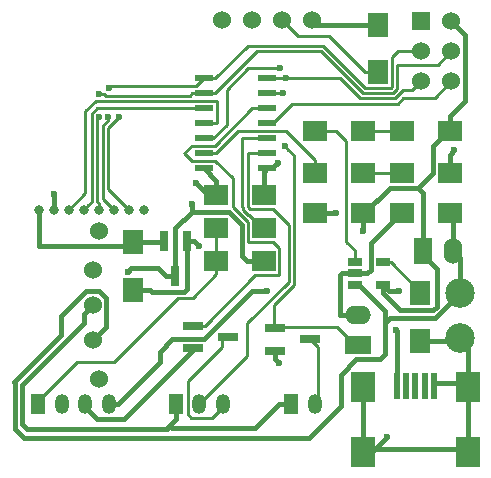
<source format=gtl>
G04 #@! TF.FileFunction,Copper,L1,Top,Signal*
%FSLAX46Y46*%
G04 Gerber Fmt 4.6, Leading zero omitted, Abs format (unit mm)*
G04 Created by KiCad (PCBNEW 0.201512031508+6343~38~ubuntu14.04.1-stable) date Do 07 Jan 2016 08:44:42 CET*
%MOMM*%
G01*
G04 APERTURE LIST*
%ADD10C,0.150000*%
%ADD11R,2.000000X1.700000*%
%ADD12R,1.700000X2.000000*%
%ADD13R,1.500000X0.600000*%
%ADD14R,1.800860X0.800100*%
%ADD15R,0.800100X1.800860*%
%ADD16C,0.800000*%
%ADD17R,0.500380X2.301240*%
%ADD18R,1.998980X2.499360*%
%ADD19R,1.300000X0.650000*%
%ADD20C,1.524000*%
%ADD21R,1.524000X1.524000*%
%ADD22C,2.499360*%
%ADD23R,1.198880X1.699260*%
%ADD24O,1.198880X1.699260*%
%ADD25R,1.524000X2.199640*%
%ADD26O,1.524000X2.199640*%
%ADD27R,2.199640X1.524000*%
%ADD28O,2.199640X1.524000*%
%ADD29C,0.600000*%
%ADD30C,0.400000*%
%ADD31C,0.250000*%
G04 APERTURE END LIST*
D10*
D11*
X25813000Y21590000D03*
X29813000Y21590000D03*
X21431000Y23114000D03*
X17431000Y23114000D03*
D12*
X10414000Y15145000D03*
X10414000Y19145000D03*
D11*
X37179000Y28575000D03*
X33179000Y28575000D03*
X33179000Y25019000D03*
X37179000Y25019000D03*
D13*
X21750000Y25400000D03*
X21750000Y26670000D03*
X21750000Y27940000D03*
X21750000Y29210000D03*
X21750000Y30480000D03*
X21750000Y31750000D03*
X21750000Y33020000D03*
X16350000Y33020000D03*
X16350000Y31750000D03*
X16350000Y30480000D03*
X16350000Y29210000D03*
X16350000Y27940000D03*
X16350000Y26670000D03*
X16350000Y25400000D03*
D14*
X15453360Y12062500D03*
X15453360Y10162500D03*
X18455640Y11112500D03*
X22374860Y11872000D03*
X22374860Y9972000D03*
X25377140Y10922000D03*
D11*
X25813000Y28575000D03*
X29813000Y28575000D03*
D12*
X34671000Y10827000D03*
X34671000Y14827000D03*
D11*
X29813000Y25019000D03*
X25813000Y25019000D03*
D12*
X31115000Y33560000D03*
X31115000Y37560000D03*
D15*
X14920000Y19281140D03*
X13020000Y19281140D03*
X13970000Y16278860D03*
D16*
X2380000Y21888000D03*
X3653500Y21898400D03*
X4923500Y21898400D03*
X6193500Y21898400D03*
X7463500Y21898400D03*
X8733500Y21898400D03*
X10003500Y21898400D03*
X11273500Y21898400D03*
D17*
X32689800Y7005320D03*
X33489900Y7005320D03*
X34290000Y7005320D03*
X35090100Y7005320D03*
X35890200Y7005320D03*
D18*
X29839920Y6906260D03*
X29839920Y1407160D03*
X38740080Y6906260D03*
X38740080Y1407160D03*
D11*
X33179000Y21590000D03*
X37179000Y21590000D03*
D19*
X29153000Y17460000D03*
X29153000Y16510000D03*
X29153000Y15560000D03*
X31553000Y15560000D03*
X31553000Y17460000D03*
D20*
X25527000Y37973000D03*
X22987000Y37973000D03*
X20447000Y37973000D03*
X17907000Y37973000D03*
D21*
X34798000Y37846000D03*
D20*
X37338000Y37846000D03*
X34798000Y35306000D03*
X37338000Y35306000D03*
X34798000Y32766000D03*
X37338000Y32766000D03*
D22*
X38100000Y14859000D03*
X38100000Y11049000D03*
D23*
X2334260Y5461000D03*
D24*
X4333240Y5461000D03*
X6334760Y5461000D03*
X8333740Y5461000D03*
D23*
X14003020Y5461000D03*
D24*
X16002000Y5461000D03*
X18000980Y5461000D03*
D23*
X23764240Y5461000D03*
D24*
X25765760Y5461000D03*
D11*
X17431000Y17526000D03*
X21431000Y17526000D03*
X21431000Y20320000D03*
X17431000Y20320000D03*
D25*
X34925000Y18415000D03*
D26*
X37465000Y18415000D03*
D27*
X29464000Y10414000D03*
D28*
X29464000Y12954000D03*
D20*
X6964000Y10843000D03*
X6964000Y13843000D03*
X6964000Y16843000D03*
X7464000Y7593000D03*
X7464000Y20093000D03*
D29*
X32893000Y15049500D03*
X32639000Y11684000D03*
X29845000Y20066000D03*
X21717000Y14986000D03*
X22733000Y8890000D03*
X15938500Y18859500D03*
X37592000Y26924000D03*
X31877000Y2667000D03*
X27559000Y21590000D03*
X15748000Y24130000D03*
X3683000Y23241000D03*
X22860000Y33918980D03*
X23368000Y33020000D03*
X9151975Y29719340D03*
X8297434Y29748711D03*
X8382000Y32190031D03*
X7498016Y29717896D03*
X7469966Y31740020D03*
X23114000Y31750000D03*
X23241000Y27305000D03*
X9936500Y16645002D03*
X15367000Y22352000D03*
X22615980Y25883634D03*
D30*
X8333740Y5461000D02*
X9111000Y5461000D01*
X9111000Y5461000D02*
X12667000Y9017000D01*
X12667000Y9017000D02*
X12667000Y9873000D01*
X13716000Y10922000D02*
X14192378Y10922000D01*
X20447000Y14986000D02*
X21717000Y14986000D01*
X12667000Y9873000D02*
X13716000Y10922000D01*
X14192378Y10922000D02*
X14232929Y10962551D01*
X14232929Y10962551D02*
X16423550Y10962551D01*
X16423550Y10962551D02*
X20447000Y14986000D01*
X34925000Y18077180D02*
X34925000Y18415000D01*
X36087000Y13694542D02*
X36087000Y16915180D01*
X35819457Y13426999D02*
X36087000Y13694542D01*
X36087000Y16915180D02*
X34925000Y18077180D01*
X32961001Y13426999D02*
X35819457Y13426999D01*
X31553000Y14835000D02*
X32961001Y13426999D01*
X31553000Y15560000D02*
X31553000Y14835000D01*
X32893000Y15049500D02*
X32063500Y15049500D01*
X32063500Y15049500D02*
X31553000Y15560000D01*
X32689800Y7005320D02*
X32689800Y11633200D01*
X32689800Y11633200D02*
X32639000Y11684000D01*
X29845000Y20066000D02*
X29845000Y21558000D01*
X29845000Y21558000D02*
X29813000Y21590000D01*
X37179000Y29825000D02*
X37179000Y28575000D01*
X38500001Y31146001D02*
X37179000Y29825000D01*
X38500001Y36683999D02*
X38500001Y31146001D01*
X37338000Y37846000D02*
X38500001Y36683999D01*
X34925000Y18415000D02*
X34925000Y23343000D01*
X34925000Y23343000D02*
X34499001Y23768999D01*
X29813000Y21590000D02*
X29963000Y21590000D01*
X29963000Y21590000D02*
X32141999Y23768999D01*
X32141999Y23768999D02*
X34499001Y23768999D01*
X34499001Y23768999D02*
X35778999Y25048997D01*
X35778999Y25048997D02*
X35779000Y27325000D01*
X35779000Y27325000D02*
X37029000Y28575000D01*
X37029000Y28575000D02*
X37179000Y28575000D01*
X29813000Y21590000D02*
X29813000Y21685000D01*
X22374860Y9972000D02*
X22374860Y9248140D01*
X22374860Y9248140D02*
X22733000Y8890000D01*
X15453360Y10162500D02*
X15453360Y10055860D01*
X15453360Y10055860D02*
X13495000Y8097500D01*
X13495000Y8097500D02*
X13495000Y8067000D01*
X13495000Y8067000D02*
X9639360Y4211360D01*
X9639360Y4211360D02*
X7334210Y4211360D01*
X7334210Y4211360D02*
X6334760Y5210810D01*
X6334760Y5210810D02*
X6334760Y5461000D01*
X10414000Y14995000D02*
X10414000Y15145000D01*
X14920000Y19281140D02*
X15516860Y19281140D01*
X15516860Y19281140D02*
X15938500Y18859500D01*
X11945571Y14978429D02*
X11779000Y15145000D01*
X11779000Y15145000D02*
X10414000Y15145000D01*
X14920000Y15208378D02*
X14690051Y14978429D01*
X14920000Y19281140D02*
X14920000Y15208378D01*
X14690051Y14978429D02*
X11945571Y14978429D01*
X37179000Y25019000D02*
X37179000Y26511000D01*
X37179000Y26511000D02*
X37592000Y26924000D01*
X29839920Y1407160D02*
X30617160Y1407160D01*
X30617160Y1407160D02*
X31877000Y2667000D01*
X25813000Y21590000D02*
X27559000Y21590000D01*
X29153000Y16510000D02*
X28102999Y16509999D01*
X28102999Y16509999D02*
X27940000Y16347000D01*
X27940000Y16347000D02*
X27940000Y12978180D01*
X27940000Y12978180D02*
X27964180Y12954000D01*
X22374860Y9972000D02*
X21874480Y9972000D01*
X27964180Y12954000D02*
X29464000Y12954000D01*
X17431000Y23114000D02*
X16764000Y23114000D01*
X16764000Y23114000D02*
X15748000Y24130000D01*
X38740080Y6906260D02*
X38740080Y10408920D01*
X38740080Y10408920D02*
X38100000Y11049000D01*
X37179000Y25019000D02*
X37329000Y25019000D01*
X29153000Y16510000D02*
X30203001Y16510001D01*
X30502999Y19063999D02*
X33029000Y21590000D01*
X33029000Y21590000D02*
X33179000Y21590000D01*
X30203001Y16510001D02*
X30502999Y16809999D01*
X30502999Y16809999D02*
X30502999Y19063999D01*
X29153000Y16510000D02*
X28103000Y16510000D01*
X34671000Y10827000D02*
X37878000Y10827000D01*
X37878000Y10827000D02*
X38100000Y11049000D01*
X17431000Y23114000D02*
X17431000Y24319000D01*
X17431000Y24319000D02*
X16350000Y25400000D01*
X3653500Y21898400D02*
X3653500Y23211500D01*
X3653500Y23211500D02*
X3683000Y23241000D01*
X33179000Y21590000D02*
X33179000Y21304000D01*
X35890200Y7259320D02*
X38641020Y7259320D01*
X38641020Y7259320D02*
X38740080Y7160260D01*
X29839920Y1661160D02*
X29839920Y7160260D01*
X38740080Y1661160D02*
X29839920Y1661160D01*
X38740080Y1661160D02*
X38740080Y7160260D01*
X25813000Y21590000D02*
X25813000Y21495000D01*
X2380000Y21888000D02*
X2380000Y18796000D01*
X2380000Y18796000D02*
X10160000Y18796000D01*
X10160000Y18796000D02*
X10414000Y19050000D01*
X10414000Y19050000D02*
X10414000Y19145000D01*
X10414000Y19145000D02*
X12883860Y19145000D01*
X12883860Y19145000D02*
X13020000Y19281140D01*
X31717000Y11938000D02*
X31717000Y9715500D01*
X309602Y7302500D02*
X4285000Y11277898D01*
X31717000Y9715500D02*
X31253499Y9251999D01*
X4285000Y12883762D02*
X6406239Y15005001D01*
X4285000Y11277898D02*
X4285000Y12883762D01*
X31253499Y9251999D02*
X29284999Y9251999D01*
X6406239Y15005001D02*
X7521761Y15005001D01*
X388800Y3349804D02*
X388800Y7352866D01*
X29284999Y9251999D02*
X27970500Y7937500D01*
X27970500Y7937500D02*
X27970500Y5270500D01*
X1135104Y2603500D02*
X388800Y3349804D01*
X27970500Y5270500D02*
X25303500Y2603500D01*
X25303500Y2603500D02*
X1135104Y2603500D01*
X338434Y7302500D02*
X309602Y7302500D01*
X388800Y7352866D02*
X338434Y7302500D01*
X7521761Y15005001D02*
X8126001Y14400761D01*
X8126001Y14400761D02*
X8126001Y12005001D01*
X8126001Y12005001D02*
X6964000Y10843000D01*
X37465000Y18415000D02*
X37465000Y21304000D01*
X37465000Y21304000D02*
X37179000Y21590000D01*
X38100000Y14859000D02*
X38100000Y17780000D01*
X38100000Y17780000D02*
X37465000Y18415000D01*
X32098000Y12700000D02*
X35941000Y12700000D01*
X35941000Y12700000D02*
X38100000Y14859000D01*
X31717000Y12319000D02*
X32098000Y12700000D01*
X31717000Y13321000D02*
X31717000Y11938000D01*
X31717000Y11938000D02*
X31717000Y12319000D01*
X29153000Y15560000D02*
X29478000Y15560000D01*
X29478000Y15560000D02*
X31717000Y13321000D01*
D31*
X37179000Y18701000D02*
X37465000Y18415000D01*
D30*
X37592000Y21177000D02*
X37179000Y21590000D01*
D31*
X29813000Y28575000D02*
X33179000Y28575000D01*
X29813000Y25019000D02*
X33179000Y25019000D01*
X16350000Y27940000D02*
X17145000Y27940000D01*
X17145000Y27940000D02*
X18297999Y29092999D01*
X22435736Y33918980D02*
X22860000Y33918980D01*
X18297999Y29092999D02*
X18297999Y32061588D01*
X18297999Y32061588D02*
X20155391Y33918980D01*
X20155391Y33918980D02*
X22435736Y33918980D01*
X24384000Y36576000D02*
X22860000Y38100000D01*
X26999000Y36576000D02*
X24384000Y36576000D01*
X30015000Y33560000D02*
X26999000Y36576000D01*
X31115000Y33560000D02*
X30015000Y33560000D01*
X21431000Y20320000D02*
X21281000Y20320000D01*
X21281000Y20320000D02*
X20181000Y21420000D01*
X20181000Y21420000D02*
X20154386Y21420000D01*
X20154386Y21420000D02*
X19655988Y21918398D01*
X19655988Y21918398D02*
X19655988Y22108900D01*
X19655988Y22108900D02*
X19621500Y22143388D01*
X19621500Y22143388D02*
X19621500Y27940000D01*
X19621500Y27940000D02*
X20750000Y27940000D01*
X20750000Y27940000D02*
X21750000Y27940000D01*
X33268234Y31369000D02*
X35941000Y31369000D01*
X35941000Y31369000D02*
X37338000Y32766000D01*
X21750000Y29210000D02*
X22200000Y29210000D01*
X22200000Y29210000D02*
X23874966Y30884966D01*
X23874966Y30884966D02*
X32784201Y30884966D01*
X32784201Y30884966D02*
X33268234Y31369000D01*
X10003500Y21898400D02*
X8255000Y23646900D01*
X8255000Y23646900D02*
X8255000Y28822365D01*
X8255000Y28822365D02*
X9151975Y29719340D01*
X21750000Y33020000D02*
X23368000Y33020000D01*
X34036001Y32004001D02*
X34798000Y32766000D01*
X33266825Y32004001D02*
X34036001Y32004001D01*
X32597801Y31334977D02*
X33266825Y32004001D01*
X29632199Y31334977D02*
X32597801Y31334977D01*
X21750000Y33020000D02*
X27947176Y33020000D01*
X27947176Y33020000D02*
X29632199Y31334977D01*
X21590000Y33020000D02*
X21750000Y33020000D01*
X10003500Y21898400D02*
X10003500Y22254500D01*
X22352000Y33020000D02*
X21750000Y33020000D01*
X8297434Y29501210D02*
X8297434Y29748711D01*
X7804989Y22826911D02*
X7804989Y29008765D01*
X8733500Y21898400D02*
X7804989Y22826911D01*
X7804989Y29008765D02*
X8297434Y29501210D01*
X32776000Y35306000D02*
X33720370Y35306000D01*
X32290001Y32299999D02*
X32290001Y34820001D01*
X32225001Y32234999D02*
X32290001Y32299999D01*
X16350000Y33020000D02*
X17350000Y33020000D01*
X30004999Y32234999D02*
X32225001Y32234999D01*
X32290001Y34820001D02*
X32776000Y35306000D01*
X26483987Y35756011D02*
X30004999Y32234999D01*
X20086011Y35756011D02*
X26483987Y35756011D01*
X17350000Y33020000D02*
X20086011Y35756011D01*
X33720370Y35306000D02*
X34798000Y35306000D01*
X16350000Y33020000D02*
X15715000Y32385000D01*
X15715000Y32385000D02*
X8576969Y32385000D01*
X8576969Y32385000D02*
X8382000Y32190031D01*
X7354978Y22572607D02*
X7354978Y29574858D01*
X7463500Y21898400D02*
X7463500Y22464085D01*
X7463500Y22464085D02*
X7354978Y22572607D01*
X7354978Y29574858D02*
X7498016Y29717896D01*
X36195000Y34163000D02*
X37338000Y35306000D01*
X29818599Y31784988D02*
X32411401Y31784988D01*
X32740012Y34163000D02*
X36195000Y34163000D01*
X32740012Y32113599D02*
X32740012Y34163000D01*
X32411401Y31784988D02*
X32740012Y32113599D01*
X26297587Y35306000D02*
X29818599Y31784988D01*
X17350000Y31750000D02*
X20906000Y35306000D01*
X16350000Y31750000D02*
X17350000Y31750000D01*
X20906000Y35306000D02*
X26297587Y35306000D01*
X7894230Y31740020D02*
X7469966Y31740020D01*
X8069239Y31565011D02*
X7894230Y31740020D01*
X15350000Y31750000D02*
X15165011Y31565011D01*
X15165011Y31565011D02*
X8069239Y31565011D01*
X16350000Y31750000D02*
X15350000Y31750000D01*
X16350000Y31750000D02*
X16960002Y31750000D01*
X6873014Y30017898D02*
X6873014Y22577914D01*
X7335116Y30480000D02*
X6873014Y30017898D01*
X16350000Y30480000D02*
X7335116Y30480000D01*
X6873014Y22577914D02*
X6593499Y22298399D01*
X6593499Y22298399D02*
X6193500Y21898400D01*
X16350000Y30480000D02*
X16764000Y30480000D01*
X15453360Y12062500D02*
X16444000Y12062500D01*
X16444000Y12062500D02*
X20732499Y16350999D01*
X22756001Y16415999D02*
X22756001Y18636001D01*
X22756001Y18636001D02*
X22247003Y19144999D01*
X20732499Y16350999D02*
X22691001Y16350999D01*
X15376999Y27314999D02*
X17281999Y27314999D01*
X22691001Y16350999D02*
X22756001Y16415999D01*
X22247003Y19144999D02*
X20170999Y19144999D01*
X20170999Y19144999D02*
X20105999Y19209999D01*
X20105999Y19209999D02*
X20105999Y20831978D01*
X20105999Y20831978D02*
X18813011Y22124966D01*
X18813011Y22124966D02*
X18813011Y24571991D01*
X18813011Y24571991D02*
X17360001Y26025001D01*
X14732000Y26670000D02*
X15376999Y27314999D01*
X17360001Y26025001D02*
X15376999Y26025001D01*
X15376999Y26025001D02*
X14732000Y26670000D01*
X20447000Y30480000D02*
X21750000Y30480000D01*
X17281999Y27314999D02*
X20447000Y30480000D01*
X25813000Y25019000D02*
X25813000Y26119000D01*
X23366999Y28565001D02*
X19294001Y28565001D01*
X25813000Y26119000D02*
X23366999Y28565001D01*
X17399000Y26670000D02*
X17350000Y26670000D01*
X19294001Y28565001D02*
X17399000Y26670000D01*
X17350000Y26670000D02*
X16350000Y26670000D01*
X25273000Y25019000D02*
X25813000Y25019000D01*
X18000980Y5461000D02*
X18000980Y5210810D01*
X17955260Y11112500D02*
X18455640Y11112500D01*
X18000980Y5210810D02*
X17076530Y4286360D01*
X15016500Y7396500D02*
X17907000Y10287000D01*
X17907000Y11064240D02*
X17955260Y11112500D01*
X17076530Y4286360D02*
X15302140Y4286360D01*
X15302140Y4286360D02*
X15016500Y4572000D01*
X15016500Y4572000D02*
X15016500Y7396500D01*
X17907000Y10287000D02*
X17907000Y11064240D01*
X17780000Y37592000D02*
X17780000Y38100000D01*
X25765760Y5461000D02*
X26035000Y5730240D01*
X26035000Y5730240D02*
X26035000Y10264140D01*
X26035000Y10264140D02*
X25377140Y10922000D01*
X29153000Y17460000D02*
X29153000Y18472000D01*
X29153000Y18472000D02*
X28448000Y19177000D01*
X28448000Y19177000D02*
X28448000Y27686000D01*
X28448000Y27686000D02*
X27559000Y28575000D01*
X27559000Y28575000D02*
X25813000Y28575000D01*
X25813000Y28575000D02*
X25813000Y28353000D01*
X34671000Y14827000D02*
X34671000Y14977000D01*
X34671000Y14977000D02*
X32188000Y17460000D01*
X32188000Y17460000D02*
X31553000Y17460000D01*
X21750000Y26670000D02*
X20129500Y26670000D01*
X20129500Y26670000D02*
X20129500Y24247502D01*
X20129500Y24247502D02*
X20105999Y24224001D01*
X20105999Y24224001D02*
X20105999Y22104799D01*
X20105999Y22104799D02*
X20271798Y21938999D01*
X20271798Y21938999D02*
X22247003Y21938999D01*
X22247003Y21938999D02*
X23564011Y20621991D01*
X23564011Y20621991D02*
X23564011Y15817011D01*
X23564011Y15817011D02*
X20066000Y12319000D01*
X20066000Y9525000D02*
X17101630Y6560630D01*
X20066000Y12319000D02*
X20066000Y9525000D01*
X17101630Y6560630D02*
X16002000Y5461000D01*
X21082000Y26670000D02*
X21750000Y26670000D01*
X29464000Y10414000D02*
X29464000Y10160000D01*
X29464000Y10160000D02*
X27686000Y11938000D01*
X27686000Y11938000D02*
X22440860Y11938000D01*
X22440860Y11938000D02*
X22374860Y11872000D01*
X22374860Y11872000D02*
X22352000Y11894860D01*
X22352000Y11894860D02*
X22352000Y13843000D01*
X22352000Y13843000D02*
X24014022Y15505022D01*
X24014022Y15505022D02*
X24014022Y26531978D01*
X24014022Y26531978D02*
X23540999Y27005001D01*
X23540999Y27005001D02*
X23241000Y27305000D01*
X23114000Y31750000D02*
X21750000Y31750000D01*
X4923500Y21898400D02*
X6350000Y23324900D01*
X17526000Y31115000D02*
X17526000Y29210000D01*
X6350000Y23324900D02*
X6350000Y30226000D01*
X6350000Y30226000D02*
X7239000Y31115000D01*
X7239000Y31115000D02*
X17526000Y31115000D01*
X17526000Y29210000D02*
X16350000Y29210000D01*
D30*
X4843500Y21818400D02*
X4923500Y21898400D01*
D31*
X5640070Y9017000D02*
X2334260Y5711190D01*
X2334260Y5711190D02*
X2334260Y5461000D01*
X8772000Y9017000D02*
X5640070Y9017000D01*
X14208418Y14453418D02*
X8772000Y9017000D01*
X17431000Y16426000D02*
X15458418Y14453418D01*
X15458418Y14453418D02*
X14208418Y14453418D01*
X17431000Y17526000D02*
X17431000Y16426000D01*
X17431000Y20320000D02*
X17431000Y19220000D01*
X17431000Y19220000D02*
X17431000Y17526000D01*
D30*
X23764240Y5461000D02*
X22764800Y5461000D01*
X22764800Y5461000D02*
X20732800Y3429000D01*
X20732800Y3429000D02*
X13644360Y3429000D01*
X13644360Y3429000D02*
X13462000Y3611360D01*
X13462000Y3611360D02*
X13216140Y3365500D01*
X988810Y7104334D02*
X6202001Y12317525D01*
X6202001Y12317525D02*
X6202001Y13081001D01*
X13216140Y3365500D02*
X1412146Y3365500D01*
X1412146Y3365500D02*
X988809Y3788837D01*
X988809Y3788837D02*
X988810Y7104334D01*
X6202001Y13081001D02*
X6964000Y13843000D01*
X9936500Y16645002D02*
X10236499Y16945001D01*
X10236499Y16945001D02*
X12503809Y16945001D01*
X12503809Y16945001D02*
X13169950Y16278860D01*
X13169950Y16278860D02*
X13970000Y16278860D01*
X14003020Y4152380D02*
X13462000Y3611360D01*
X14003020Y5461000D02*
X14003020Y4152380D01*
X15367000Y22352000D02*
X15367000Y21927736D01*
X15367000Y21927736D02*
X15335378Y21896114D01*
X15335378Y21896114D02*
X15335378Y21717000D01*
X13970000Y16278860D02*
X13970000Y20351622D01*
X13970000Y20351622D02*
X15335378Y21717000D01*
X15335378Y21717000D02*
X18478500Y21717000D01*
X18478500Y21717000D02*
X19580988Y20614512D01*
X19580988Y17976012D02*
X20031000Y17526000D01*
X20031000Y17526000D02*
X21431000Y17526000D01*
X19580988Y20614512D02*
X19580988Y17976012D01*
X22315981Y25583635D02*
X22615980Y25883634D01*
X22132346Y25400000D02*
X22315981Y25583635D01*
X21750000Y25400000D02*
X22132346Y25400000D01*
X21431000Y23114000D02*
X21431000Y25081000D01*
X21431000Y25081000D02*
X21750000Y25400000D01*
X25940000Y37560000D02*
X25400000Y38100000D01*
X31115000Y37560000D02*
X25940000Y37560000D01*
D31*
X6964000Y13843000D02*
X6964000Y13822000D01*
M02*

</source>
